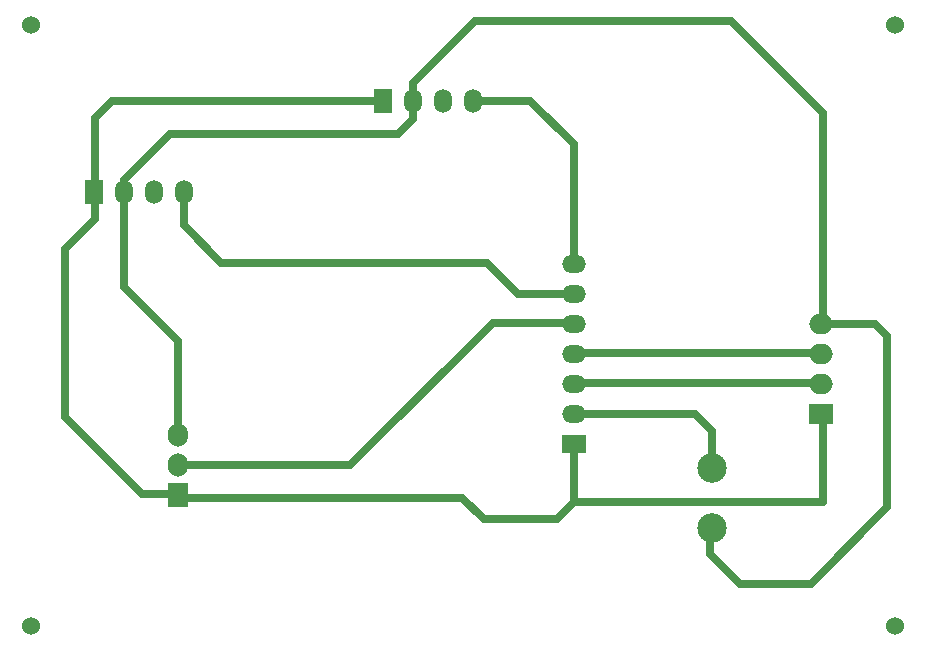
<source format=gbl>
G04*
G04 #@! TF.GenerationSoftware,Altium Limited,Altium Designer,18.0.7 (293)*
G04*
G04 Layer_Physical_Order=2*
G04 Layer_Color=16711680*
%FSLAX44Y44*%
%MOMM*%
G71*
G01*
G75*
%ADD22C,0.7000*%
%ADD23C,1.5240*%
%ADD24O,2.0000X1.5000*%
%ADD25R,2.0000X1.5000*%
%ADD26R,2.0000X1.7000*%
%ADD27O,2.0000X1.7000*%
%ADD28O,1.7000X2.0000*%
%ADD29R,1.7000X2.0000*%
%ADD30O,1.5240X2.0000*%
%ADD31R,1.5240X2.0000*%
%ADD32C,2.5000*%
D22*
X509270Y356870D02*
Y458470D01*
X472440Y495300D02*
X509270Y458470D01*
X642366Y562610D02*
X720090Y484886D01*
X425450Y562610D02*
X642366D01*
X720090Y306070D02*
Y484886D01*
X373380Y510540D02*
X425450Y562610D01*
X718820Y306070D02*
X720090D01*
X764540D01*
X774700Y295910D01*
Y275590D02*
Y295910D01*
Y275590D02*
X774700Y275590D01*
X494980Y140970D02*
X509270Y155260D01*
X173990Y159070D02*
X414970Y159070D01*
X104140Y417830D02*
Y480822D01*
X143510Y162560D02*
X173990D01*
X433070Y140970D02*
X494980D01*
X414970Y159070D02*
X433070Y140970D01*
X373380Y495300D02*
Y510540D01*
X173990Y162560D02*
X176530Y165100D01*
X78740Y227330D02*
X143510Y162560D01*
X78740Y369570D02*
X104140Y394970D01*
X78740Y227330D02*
Y369570D01*
X173990Y212090D02*
Y292100D01*
X128270Y337820D02*
X173990Y292100D01*
X440690Y307340D02*
X509270D01*
X173990Y186690D02*
X320040D01*
X440690Y307340D01*
X424180Y495300D02*
X472440D01*
X462280Y331470D02*
X509270D01*
X435610Y358140D02*
X462280Y331470D01*
X720090Y155260D02*
Y219710D01*
X509270Y155260D02*
X720090D01*
X509270D02*
Y204470D01*
X626110Y184150D02*
Y215900D01*
X612140Y229870D02*
X626110Y215900D01*
X509270Y229870D02*
X612140D01*
X509270Y256540D02*
X718820Y256540D01*
X510540Y281940D02*
X718820Y281940D01*
X104140Y394970D02*
Y414020D01*
X102870Y417830D02*
X104140D01*
Y480822D02*
X118618Y495300D01*
X774700Y151130D02*
Y275590D01*
X709930Y86360D02*
X774700Y151130D01*
X624840Y111760D02*
Y128270D01*
Y111760D02*
X650240Y86360D01*
X118618Y495300D02*
X347980D01*
X179070Y389890D02*
Y417830D01*
Y389890D02*
X210820Y358140D01*
X435610D01*
X128270Y337820D02*
Y417830D01*
Y427736D01*
X167894Y467360D01*
X360680D01*
X373380Y480060D01*
Y495300D01*
X650240Y86360D02*
X709930D01*
D23*
X50000Y559600D02*
D03*
X781850Y50000D02*
D03*
Y559600D02*
D03*
X50000Y50000D02*
D03*
D24*
X509270Y356870D02*
D03*
Y331470D02*
D03*
Y306070D02*
D03*
Y280670D02*
D03*
Y229870D02*
D03*
Y255270D02*
D03*
D25*
Y204470D02*
D03*
D26*
X718820Y229870D02*
D03*
D27*
Y255270D02*
D03*
Y280670D02*
D03*
Y306070D02*
D03*
D28*
X173990Y186690D02*
D03*
Y212090D02*
D03*
D29*
Y161290D02*
D03*
D30*
X179070Y417830D02*
D03*
X153670D02*
D03*
X128270D02*
D03*
X424180Y495300D02*
D03*
X398780D02*
D03*
X373380D02*
D03*
D31*
X102870Y417830D02*
D03*
X347980Y495300D02*
D03*
D32*
X626110Y133350D02*
D03*
Y184150D02*
D03*
M02*

</source>
